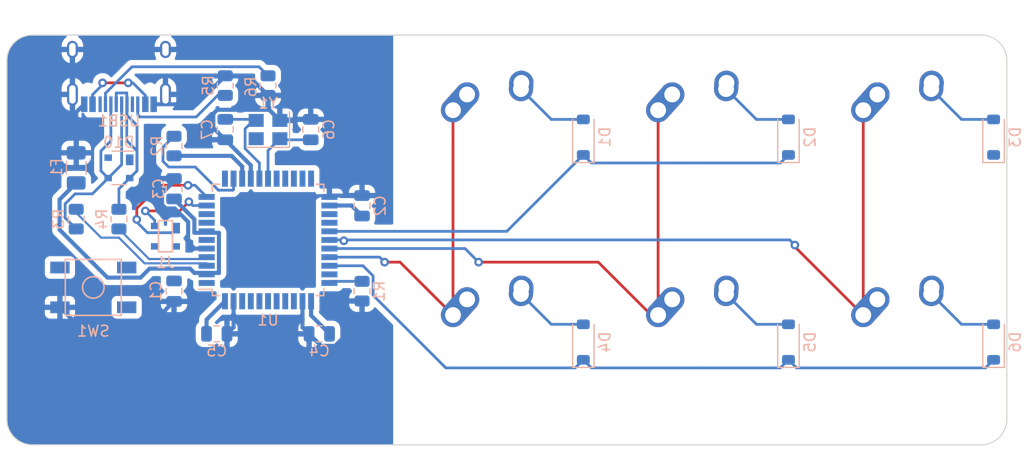
<source format=kicad_pcb>
(kicad_pcb (version 20221018) (generator pcbnew)
  (layers (0 "F.Cu" signal) (31 "B.Cu" signal) (34 "B.Paste" user) (35 "F.Paste" user) (36 "B.SilkS" user "B.Silkscreen") (37 "F.SilkS" user "F.Silkscreen") (38 "B.Mask" user) (39 "F.Mask" user) (44 "Edge.Cuts" user))
  (net 0 "")
  (net 1 "Net-(U1-UCAP)")
  (net 2 "GND")
  (net 3 "+5V")
  (net 4 "XTAL1")
  (net 5 "XTAL2")
  (net 6 "ROW0")
  (net 7 "Net-(D2-A)")
  (net 8 "Net-(D3-A)")
  (net 9 "Net-(D4-A)")
  (net 10 "ROW1")
  (net 11 "Net-(D5-A)")
  (net 12 "Net-(D6-A)")
  (net 13 "SCK")
  (net 14 "MOSI")
  (net 15 "MISO")
  (net 16 "COL0")
  (net 17 "COL1")
  (net 18 "COL2")
  (net 19 "Net-(U1-~{HWB}{slash}PE2)")
  (net 20 "RESET")
  (net 21 "D-")
  (net 22 "D+")
  (net 23 "Net-(USB1-CC2)")
  (net 24 "Net-(USB1-CC1)")
  (net 45 "Net-(USB1-VBUS-Pad11)")
  (net 46 "Net-(D1-A)")
  (net 47 "Net-(D10-I{slash}O1)")
  (net 48 "Net-(D10-I{slash}O2)")
  (footprint "MX_Alps_Hybrid:MX-1U-NoLED" (layer "F.Cu") (at 80.80375 65.405)
    (fp_text reference "MX1")
    (fp_text value "MX-NoLED")
    (pad "" np_thru_hole circle (at -5.08 0 48.0996) (size 1.75 1.75) (drill 1.75) (layers "*.Cu" "*.Mask"))
    (pad "" np_thru_hole circle (at 0 0) (size 3.9878 3.9878) (drill 3.9878) (layers "*.Cu" "*.Mask"))
    (pad "" np_thru_hole circle (at 5.08 0 48.0996) (size 1.75 1.75) (drill 1.75) (layers "*.Cu" "*.Mask"))
    (pad "1" thru_hole oval (at -3.81 -2.54 48.0996) (size 4.211556 2.25) (drill 1.47 (offset 0.980778 0)) (layers "*.Cu" "B.Mask") (net 16 "COL0"))
    (pad "1" thru_hole circle (at -2.5 -4) (size 2.25 2.25) (drill 1.47) (layers "*.Cu" "B.Mask") (net 16 "COL0"))
    (pad "2" thru_hole oval (at 2.5 -4.5 86.0548) (size 2.831378 2.25) (drill 1.47 (offset 0.290689 0)) (layers "*.Cu" "B.Mask") (net 46 "Net-(D1-A)"))
    (pad "2" thru_hole circle (at 2.54 -5.08) (size 2.25 2.25) (drill 1.47) (layers "*.Cu" "B.Mask") (net 46 "Net-(D1-A)"))
  )
  (footprint "MX_Alps_Hybrid:MX-1U-NoLED" (layer "F.Cu") (at 118.90375 84.455)
    (fp_text reference "MX6")
    (fp_text value "MX-NoLED")
    (pad "" np_thru_hole circle (at -5.08 0 48.0996) (size 1.75 1.75) (drill 1.75) (layers "*.Cu" "*.Mask"))
    (pad "" np_thru_hole circle (at 0 0) (size 3.9878 3.9878) (drill 3.9878) (layers "*.Cu" "*.Mask"))
    (pad "" np_thru_hole circle (at 5.08 0 48.0996) (size 1.75 1.75) (drill 1.75) (layers "*.Cu" "*.Mask"))
    (pad "1" thru_hole oval (at -3.81 -2.54 48.0996) (size 4.211556 2.25) (drill 1.47 (offset 0.980778 0)) (layers "*.Cu" "B.Mask") (net 18 "COL2"))
    (pad "1" thru_hole circle (at -2.5 -4) (size 2.25 2.25) (drill 1.47) (layers "*.Cu" "B.Mask") (net 18 "COL2"))
    (pad "2" thru_hole oval (at 2.5 -4.5 86.0548) (size 2.831378 2.25) (drill 1.47 (offset 0.290689 0)) (layers "*.Cu" "B.Mask") (net 12 "Net-(D6-A)"))
    (pad "2" thru_hole circle (at 2.54 -5.08) (size 2.25 2.25) (drill 1.47) (layers "*.Cu" "B.Mask") (net 12 "Net-(D6-A)"))
  )
  (footprint "MX_Alps_Hybrid:MX-1U-NoLED" (layer "F.Cu") (at 118.90375 65.405)
    (fp_text reference "MX3")
    (fp_text value "MX-NoLED")
    (pad "" np_thru_hole circle (at -5.08 0 48.0996) (size 1.75 1.75) (drill 1.75) (layers "*.Cu" "*.Mask"))
    (pad "" np_thru_hole circle (at 0 0) (size 3.9878 3.9878) (drill 3.9878) (layers "*.Cu" "*.Mask"))
    (pad "" np_thru_hole circle (at 5.08 0 48.0996) (size 1.75 1.75) (drill 1.75) (layers "*.Cu" "*.Mask"))
    (pad "1" thru_hole oval (at -3.81 -2.54 48.0996) (size 4.211556 2.25) (drill 1.47 (offset 0.980778 0)) (layers "*.Cu" "B.Mask") (net 18 "COL2"))
    (pad "1" thru_hole circle (at -2.5 -4) (size 2.25 2.25) (drill 1.47) (layers "*.Cu" "B.Mask") (net 18 "COL2"))
    (pad "2" thru_hole oval (at 2.5 -4.5 86.0548) (size 2.831378 2.25) (drill 1.47 (offset 0.290689 0)) (layers "*.Cu" "B.Mask") (net 8 "Net-(D3-A)"))
    (pad "2" thru_hole circle (at 2.54 -5.08) (size 2.25 2.25) (drill 1.47) (layers "*.Cu" "B.Mask") (net 8 "Net-(D3-A)"))
  )
  (footprint "MX_Alps_Hybrid:MX-1U-NoLED" (layer "F.Cu") (at 99.85375 84.455)
    (fp_text reference "MX5")
    (fp_text value "MX-NoLED")
    (pad "" np_thru_hole circle (at -5.08 0 48.0996) (size 1.75 1.75) (drill 1.75) (layers "*.Cu" "*.Mask"))
    (pad "" np_thru_hole circle (at 0 0) (size 3.9878 3.9878) (drill 3.9878) (layers "*.Cu" "*.Mask"))
    (pad "" np_thru_hole circle (at 5.08 0 48.0996) (size 1.75 1.75) (drill 1.75) (layers "*.Cu" "*.Mask"))
    (pad "1" thru_hole oval (at -3.81 -2.54 48.0996) (size 4.211556 2.25) (drill 1.47 (offset 0.980778 0)) (layers "*.Cu" "B.Mask") (net 17 "COL1"))
    (pad "1" thru_hole circle (at -2.5 -4) (size 2.25 2.25) (drill 1.47) (layers "*.Cu" "B.Mask") (net 17 "COL1"))
    (pad "2" thru_hole oval (at 2.5 -4.5 86.0548) (size 2.831378 2.25) (drill 1.47 (offset 0.290689 0)) (layers "*.Cu" "B.Mask") (net 11 "Net-(D5-A)"))
    (pad "2" thru_hole circle (at 2.54 -5.08) (size 2.25 2.25) (drill 1.47) (layers "*.Cu" "B.Mask") (net 11 "Net-(D5-A)"))
  )
  (footprint "MX_Alps_Hybrid:MX-1U-NoLED" (layer "F.Cu") (at 80.80375 84.455)
    (fp_text reference "MX4")
    (fp_text value "MX-NoLED")
    (pad "" np_thru_hole circle (at -5.08 0 48.0996) (size 1.75 1.75) (drill 1.75) (layers "*.Cu" "*.Mask"))
    (pad "" np_thru_hole circle (at 0 0) (size 3.9878 3.9878) (drill 3.9878) (layers "*.Cu" "*.Mask"))
    (pad "" np_thru_hole circle (at 5.08 0 48.0996) (size 1.75 1.75) (drill 1.75) (layers "*.Cu" "*.Mask"))
    (pad "1" thru_hole oval (at -3.81 -2.54 48.0996) (size 4.211556 2.25) (drill 1.47 (offset 0.980778 0)) (layers "*.Cu" "B.Mask") (net 16 "COL0"))
    (pad "1" thru_hole circle (at -2.5 -4) (size 2.25 2.25) (drill 1.47) (layers "*.Cu" "B.Mask") (net 16 "COL0"))
    (pad "2" thru_hole oval (at 2.5 -4.5 86.0548) (size 2.831378 2.25) (drill 1.47 (offset 0.290689 0)) (layers "*.Cu" "B.Mask") (net 9 "Net-(D4-A)"))
    (pad "2" thru_hole circle (at 2.54 -5.08) (size 2.25 2.25) (drill 1.47) (layers "*.Cu" "B.Mask") (net 9 "Net-(D4-A)"))
  )
  (footprint "MX_Alps_Hybrid:MX-1U-NoLED" (layer "F.Cu") (at 99.85375 65.405)
    (fp_text reference "MX2")
    (fp_text value "MX-NoLED")
    (pad "" np_thru_hole circle (at -5.08 0 48.0996) (size 1.75 1.75) (drill 1.75) (layers "*.Cu" "*.Mask"))
    (pad "" np_thru_hole circle (at 0 0) (size 3.9878 3.9878) (drill 3.9878) (layers "*.Cu" "*.Mask"))
    (pad "" np_thru_hole circle (at 5.08 0 48.0996) (size 1.75 1.75) (drill 1.75) (layers "*.Cu" "*.Mask"))
    (pad "1" thru_hole oval (at -3.81 -2.54 48.0996) (size 4.211556 2.25) (drill 1.47 (offset 0.980778 0)) (layers "*.Cu" "B.Mask") (net 17 "COL1"))
    (pad "1" thru_hole circle (at -2.5 -4) (size 2.25 2.25) (drill 1.47) (layers "*.Cu" "B.Mask") (net 17 "COL1"))
    (pad "2" thru_hole oval (at 2.5 -4.5 86.0548) (size 2.831378 2.25) (drill 1.47 (offset 0.290689 0)) (layers "*.Cu" "B.Mask") (net 7 "Net-(D2-A)"))
    (pad "2" thru_hole circle (at 2.54 -5.08) (size 2.25 2.25) (drill 1.47) (layers "*.Cu" "B.Mask") (net 7 "Net-(D2-A)"))
  )
  (footprint "random-keyboard-parts:SKQG-1155865" (layer "B.Cu") (at 43.59 79.3425 180)
    (fp_text reference "SW1" (at 0 -4.064) (layer "B.SilkS") (effects (justify mirror)))
    (fp_text value "SW_Push")
    (fp_line (start -2.6 -2.6) (end -2.6 2.6) (stroke (width 0.15)) (layer "B.SilkS"))
    (fp_line (start -2.6 2.6) (end 2.6 2.6) (stroke (width 0.15)) (layer "B.SilkS"))
    (fp_line (start 2.6 -2.6) (end -2.6 -2.6) (stroke (width 0.15)) (layer "B.SilkS"))
    (fp_line (start 2.6 2.6) (end 2.6 -2.6) (stroke (width 0.15)) (layer "B.SilkS"))
    (fp_circle (center 0 0) (end 1 0) (stroke (width 0.15)) (fill none) (layer "B.SilkS"))
    (pad "1" smd rect (at 3.1 -1.85 180) (size 1.8 1.1) (layers "B.Cu" "B.Paste" "B.Mask") (net 2 "GND"))
    (pad "2" smd rect (at -3.1 1.85 180) (size 1.8 1.1) (layers "B.Cu" "B.Paste" "B.Mask") (net 20 "RESET"))
    (pad "3" smd rect (at 3.1 1.85 180) (size 1.8 1.1) (layers "B.Cu" "B.Paste" "B.Mask"))
    (pad "4" smd rect (at -3.1 -1.85 180) (size 1.8 1.1) (layers "B.Cu" "B.Paste" "B.Mask"))
  )
  (footprint "Diode_SMD:D_SOD-123" (layer "B.Cu") (at 89.0975 65.37375 90)
    (fp_text reference "D1" (at 0 2 90) (layer "B.SilkS") (effects (justify mirror)))
    (fp_text value "D_Small")
    (fp_line (start -2.36 -1) (end 1.65 -1) (stroke (width 0.12)) (layer "B.SilkS"))
    (fp_line (start -2.36 1) (end -2.36 -1) (stroke (width 0.12)) (layer "B.SilkS"))
    (fp_line (start -2.36 1) (end 1.65 1) (stroke (width 0.12)) (layer "B.SilkS"))
    (pad "1" smd roundrect (at -1.65 0 90) (size 0.9 1.2) (layers "B.Cu" "B.Paste" "B.Mask") (net 6 "ROW0"))
    (pad "2" smd roundrect (at 1.65 0 90) (size 0.9 1.2) (layers "B.Cu" "B.Paste" "B.Mask") (net 46 "Net-(D1-A)"))
  )
  (footprint "Capacitor_SMD:C_0805_2012Metric" (layer "B.Cu") (at 63.785 64.6675 90)
    (fp_text reference "C6" (at 0 1.68 90) (layer "B.SilkS") (effects (justify mirror)))
    (fp_text value "22p")
    (fp_line (start -0.261252 -0.735) (end 0.261252 -0.735) (stroke (width 0.12)) (layer "B.SilkS"))
    (fp_line (start -0.261252 0.735) (end 0.261252 0.735) (stroke (width 0.12)) (layer "B.SilkS"))
    (pad "1" smd roundrect (at -0.95 0 90) (size 1 1.45) (layers "B.Cu" "B.Paste" "B.Mask") (net 4 "XTAL1"))
    (pad "2" smd roundrect (at 0.95 0 90) (size 1 1.45) (layers "B.Cu" "B.Paste" "B.Mask") (net 2 "GND"))
  )
  (footprint "Resistor_SMD:R_0805_2012Metric" (layer "B.Cu") (at 55.8475 60.58 90)
    (fp_text reference "R5" (at 0 -1.5875 90) (layer "B.SilkS") (effects (justify mirror)))
    (fp_text value "5.1k")
    (fp_line (start -0.227064 -0.735) (end 0.227064 -0.735) (stroke (width 0.12)) (layer "B.SilkS"))
    (fp_line (start -0.227064 0.735) (end 0.227064 0.735) (stroke (width 0.12)) (layer "B.SilkS"))
    (pad "1" smd roundrect (at -0.9125 0 90) (size 1.025 1.4) (layers "B.Cu" "B.Paste" "B.Mask") (roundrect_rratio 0.243902) (net 23 "Net-(USB1-CC2)"))
    (pad "2" smd roundrect (at 0.9125 0 90) (size 1.025 1.4) (layers "B.Cu" "B.Paste" "B.Mask") (roundrect_rratio 0.243902) (net 2 "GND"))
  )
  (footprint "Fuse:Fuse_1206_3216Metric" (layer "B.Cu") (at 42.0025 68.23 -90)
    (fp_text reference "F1" (at 0 1.82 90) (layer "B.SilkS") (effects (justify mirror)))
    (fp_text value "500m")
    (fp_line (start -0.602064 -0.91) (end 0.602064 -0.91) (stroke (width 0.12)) (layer "B.SilkS"))
    (fp_line (start -0.602064 0.91) (end 0.602064 0.91) (stroke (width 0.12)) (layer "B.SilkS"))
    (pad "1" smd roundrect (at -1.4 0 270) (size 1.25 1.75) (layers "B.Cu" "B.Paste" "B.Mask") (roundrect_rratio 0.2) (net 2 "GND"))
    (pad "2" smd roundrect (at 1.4 0 270) (size 1.25 1.75) (layers "B.Cu" "B.Paste" "B.Mask") (roundrect_rratio 0.2) (net 3 "+5V"))
  )
  (footprint "Diode_SMD:D_SOD-123" (layer "B.Cu") (at 127.1975 65.37375 90)
    (fp_text reference "D3" (at 0 2 90) (layer "B.SilkS") (effects (justify mirror)))
    (fp_text value "D_Small")
    (fp_line (start -2.36 -1) (end 1.65 -1) (stroke (width 0.12)) (layer "B.SilkS"))
    (fp_line (start -2.36 1) (end -2.36 -1) (stroke (width 0.12)) (layer "B.SilkS"))
    (fp_line (start -2.36 1) (end 1.65 1) (stroke (width 0.12)) (layer "B.SilkS"))
    (pad "1" smd roundrect (at -1.65 0 90) (size 0.9 1.2) (layers "B.Cu" "B.Paste" "B.Mask") (net 6 "ROW0"))
    (pad "2" smd roundrect (at 1.65 0 90) (size 0.9 1.2) (layers "B.Cu" "B.Paste" "B.Mask") (net 8 "Net-(D3-A)"))
  )
  (footprint "Resistor_SMD:R_0805_2012Metric" (layer "B.Cu") (at 59.81625 60.58 -90)
    (fp_text reference "R6" (at 0.11875 1.5875 90) (layer "B.SilkS") (effects (justify mirror)))
    (fp_text value "5.1k")
    (fp_line (start -0.227064 -0.735) (end 0.227064 -0.735) (stroke (width 0.12)) (layer "B.SilkS"))
    (fp_line (start -0.227064 0.735) (end 0.227064 0.735) (stroke (width 0.12)) (layer "B.SilkS"))
    (pad "1" smd roundrect (at -0.9125 0 270) (size 1.025 1.4) (layers "B.Cu" "B.Paste" "B.Mask") (roundrect_rratio 0.243902) (net 24 "Net-(USB1-CC1)"))
    (pad "2" smd roundrect (at 0.9125 0 270) (size 1.025 1.4) (layers "B.Cu" "B.Paste" "B.Mask") (roundrect_rratio 0.243902) (net 2 "GND"))
  )
  (footprint "Diode_SMD:D_SOD-123" (layer "B.Cu") (at 108.1475 84.42375 90)
    (fp_text reference "D5" (at 0 2 90) (layer "B.SilkS") (effects (justify mirror)))
    (fp_text value "D_Small")
    (fp_line (start -2.36 -1) (end 1.65 -1) (stroke (width 0.12)) (layer "B.SilkS"))
    (fp_line (start -2.36 1) (end -2.36 -1) (stroke (width 0.12)) (layer "B.SilkS"))
    (fp_line (start -2.36 1) (end 1.65 1) (stroke (width 0.12)) (layer "B.SilkS"))
    (pad "1" smd roundrect (at -1.65 0 90) (size 0.9 1.2) (layers "B.Cu" "B.Paste" "B.Mask") (net 10 "ROW1"))
    (pad "2" smd roundrect (at 1.65 0 90) (size 0.9 1.2) (layers "B.Cu" "B.Paste" "B.Mask") (net 11 "Net-(D5-A)"))
  )
  (footprint "Package_TO_SOT_SMD:SOT-143" (layer "B.Cu") (at 45.97125 68.23 180)
    (fp_text reference "D10" (at 0.02 2.38) (layer "B.SilkS") (effects (justify mirror)))
    (fp_text value "PRTR5V0U2X")
    (fp_line (start -0.65 -1.56) (end 0.65 -1.56) (stroke (width 0.12)) (layer "B.SilkS"))
    (fp_line (start 0.65 1.56) (end -1.35 1.56) (stroke (width 0.12)) (layer "B.SilkS"))
    (pad "1" smd rect (at -1 0.75 180) (size 0.7 1) (layers "B.Cu" "B.Paste" "B.Mask") (net 2 "GND"))
    (pad "2" smd rect (at -1 -0.95 180) (size 0.7 0.6) (layers "B.Cu" "B.Paste" "B.Mask") (net 47 "Net-(D10-I{slash}O1)"))
    (pad "3" smd rect (at 1 -0.95 180) (size 0.7 0.6) (layers "B.Cu" "B.Paste" "B.Mask") (net 48 "Net-(D10-I{slash}O2)"))
    (pad "4" smd rect (at 1 0.95 180) (size 0.7 0.6) (layers "B.Cu" "B.Paste" "B.Mask"))
  )
  (footprint "Capacitor_SMD:C_0805_2012Metric" (layer "B.Cu") (at 64.57875 83.66125 180)
    (fp_text reference "C4" (at 0 -1.5875 -360) (layer "B.SilkS") (effects (justify mirror)))
    (fp_text value "0.1u")
    (fp_line (start -0.261252 -0.735) (end 0.261252 -0.735) (stroke (width 0.12)) (layer "B.SilkS"))
    (fp_line (start -0.261252 0.735) (end 0.261252 0.735) (stroke (width 0.12)) (layer "B.SilkS"))
    (pad "1" smd roundrect (at -0.95 0 180) (size 1 1.45) (layers "B.Cu" "B.Paste" "B.Mask") (net 3 "+5V"))
    (pad "2" smd roundrect (at 0.95 0 180) (size 1 1.45) (layers "B.Cu" "B.Paste" "B.Mask") (net 2 "GND"))
  )
  (footprint "Type-C:HRO-TYPE-C-31-M-12" (layer "B.Cu") (at 45.97125 54.62)
    (fp_text reference "USB1" (at 0 9.25) (layer "B.SilkS") (effects (justify mirror)))
    (fp_text value "HRO-TYPE-C-31-M-12")
    (pad "" np_thru_hole circle (at -2.89 6.25) (size 0.65 0.65) (drill 0.65) (layers "*.Cu" "*.Mask"))
    (pad "" np_thru_hole circle (at 2.89 6.25) (size 0.65 0.65) (drill 0.65) (layers "*.Cu" "*.Mask"))
    (pad "1" smd rect (at -3.225 7.695) (size 0.6 1.45) (layers "B.Cu" "B.Paste" "B.Mask") (net 2 "GND"))
    (pad "2" smd rect (at -2.45 7.695) (size 0.6 1.45) (layers "B.Cu" "B.Paste" "B.Mask") (net 45 "Net-(USB1-VBUS-Pad11)"))
    (pad "3" smd rect (at -1.75 7.695) (size 0.3 1.45) (layers "B.Cu" "B.Paste" "B.Mask"))
    (pad "4" smd rect (at -1.25 7.695) (size 0.3 1.45) (layers "B.Cu" "B.Paste" "B.Mask") (net 24 "Net-(USB1-CC1)"))
    (pad "5" smd rect (at -0.75 7.695) (size 0.3 1.45) (layers "B.Cu" "B.Paste" "B.Mask") (net 48 "Net-(D10-I{slash}O2)"))
    (pad "6" smd rect (at -0.25 7.695) (size 0.3 1.45) (layers "B.Cu" "B.Paste" "B.Mask") (net 47 "Net-(D10-I{slash}O1)"))
    (pad "7" smd rect (at 0.25 7.695) (size 0.3 1.45) (layers "B.Cu" "B.Paste" "B.Mask") (net 48 "Net-(D10-I{slash}O2)"))
    (pad "8" smd rect (at 0.75 7.695) (size 0.3 1.45) (layers "B.Cu" "B.Paste" "B.Mask") (net 47 "Net-(D10-I{slash}O1)"))
    (pad "9" smd rect (at 1.25 7.695) (size 0.3 1.45) (layers "B.Cu" "B.Paste" "B.Mask"))
    (pad "10" smd rect (at 1.75 7.695) (size 0.3 1.45) (layers "B.Cu" "B.Paste" "B.Mask") (net 23 "Net-(USB1-CC2)"))
    (pad "11" smd rect (at 2.45 7.695) (size 0.6 1.45) (layers "B.Cu" "B.Paste" "B.Mask") (net 45 "Net-(USB1-VBUS-Pad11)"))
    (pad "12" smd rect (at 3.225 7.695) (size 0.6 1.45) (layers "B.Cu" "B.Paste" "B.Mask") (net 2 "GND"))
    (pad "13" thru_hole oval (at -4.32 2.6) (size 1 1.6) (drill oval 0.6 1.2) (layers "*.Cu" "F.Mask") (net 2 "GND"))
    (pad "13" thru_hole oval (at -4.32 6.78) (size 1 2.1) (drill oval 0.6 1.7) (layers "*.Cu" "F.Mask") (net 2 "GND"))
    (pad "13" thru_hole oval (at 4.32 2.6) (size 1 1.6) (drill oval 0.6 1.2) (layers "*.Cu" "F.Mask") (net 2 "GND"))
    (pad "13" thru_hole oval (at 4.32 6.78) (size 1 2.1) (drill oval 0.6 1.7) (layers "*.Cu" "F.Mask") (net 2 "GND"))
  )
  (footprint "Resistor_SMD:R_0805_2012Metric" (layer "B.Cu") (at 42.0025 72.9925 -90)
    (fp_text reference "R3" (at 0 1.65 90) (layer "B.SilkS") (effects (justify mirror)))
    (fp_text value "22")
    (fp_line (start -0.227064 -0.735) (end 0.227064 -0.735) (stroke (width 0.12)) (layer "B.SilkS"))
    (fp_line (start -0.227064 0.735) (end 0.227064 0.735) (stroke (width 0.12)) (layer "B.SilkS"))
    (pad "1" smd roundrect (at -0.9125 0 270) (size 1.025 1.4) (layers "B.Cu" "B.Paste" "B.Mask") (roundrect_rratio 0.243902) (net 21 "D-"))
    (pad "2" smd roundrect (at 0.9125 0 270) (size 1.025 1.4) (layers "B.Cu" "B.Paste" "B.Mask") (roundrect_rratio 0.243902) (net 48 "Net-(D10-I{slash}O2)"))
  )
  (footprint "Package_QFP:TQFP-44_10x10mm_P0.8mm" (layer "B.Cu") (at 59.81625 74.93)
    (fp_text reference "U1" (at 0 7.45 -360) (layer "B.SilkS") (effects (justify mirror)))
    (fp_text value "ATmega32U4-A")
    (fp_line (start -5.175 -5.175) (end -5.175 -4.5) (stroke (width 0.15)) (layer "B.SilkS"))
    (fp_line (start -5.175 -5.175) (end -4.5 -5.175) (stroke (width 0.15)) (layer "B.SilkS"))
    (fp_line (start -5.175 4.6) (end -6.45 4.6) (stroke (width 0.15)) (layer "B.SilkS"))
    (fp_line (start -5.175 5.175) (end -5.175 4.6) (stroke (width 0.15)) (layer "B.SilkS"))
    (fp_line (start -5.175 5.175) (end -4.5 5.175) (stroke (width 0.15)) (layer "B.SilkS"))
    (fp_line (start 5.175 -5.175) (end 4.5 -5.175) (stroke (width 0.15)) (layer "B.SilkS"))
    (fp_line (start 5.175 -5.175) (end 5.175 -4.5) (stroke (width 0.15)) (layer "B.SilkS"))
    (fp_line (start 5.175 5.175) (end 4.5 5.175) (stroke (width 0.15)) (layer "B.SilkS"))
    (fp_line (start 5.175 5.175) (end 5.175 4.5) (stroke (width 0.15)) (layer "B.SilkS"))
    (pad "1" smd rect (at -5.7 4) (size 1.5 0.55) (layers "B.Cu" "B.Paste" "B.Mask"))
    (pad "2" smd rect (at -5.7 3.2) (size 1.5 0.55) (layers "B.Cu" "B.Paste" "B.Mask") (net 3 "+5V"))
    (pad "3" smd rect (at -5.7 2.4) (size 1.5 0.55) (layers "B.Cu" "B.Paste" "B.Mask") (net 21 "D-"))
    (pad "4" smd rect (at -5.7 1.6) (size 1.5 0.55) (layers "B.Cu" "B.Paste" "B.Mask") (net 22 "D+"))
    (pad "5" smd rect (at -5.7 0.8) (size 1.5 0.55) (layers "B.Cu" "B.Paste" "B.Mask") (net 2 "GND"))
    (pad "6" smd rect (at -5.7 0) (size 1.5 0.55) (layers "B.Cu" "B.Paste" "B.Mask") (net 1 "Net-(U1-UCAP)"))
    (pad "7" smd rect (at -5.7 -0.8) (size 1.5 0.55) (layers "B.Cu" "B.Paste" "B.Mask") (net 3 "+5V"))
    (pad "8" smd rect (at -5.7 -1.6) (size 1.5 0.55) (layers "B.Cu" "B.Paste" "B.Mask"))
    (pad "9" smd rect (at -5.7 -2.4) (size 1.5 0.55) (layers "B.Cu" "B.Paste" "B.Mask") (net 13 "SCK"))
    (pad "10" smd rect (at -5.7 -3.2) (size 1.5 0.55) (layers "B.Cu" "B.Paste" "B.Mask") (net 14 "MOSI"))
    (pad "11" smd rect (at -5.7 -4) (size 1.5 0.55) (layers "B.Cu" "B.Paste" "B.Mask") (net 15 "MISO"))
    (pad "12" smd rect (at -4 -5.7 270) (size 1.5 0.55) (layers "B.Cu" "B.Paste" "B.Mask"))
    (pad "13" smd rect (at -3.2 -5.7 270) (size 1.5 0.55) (layers "B.Cu" "B.Paste" "B.Mask") (net 20 "RESET"))
    (pad "14" smd rect (at -2.4 -5.7 270) (size 1.5 0.55) (layers "B.Cu" "B.Paste" "B.Mask") (net 3 "+5V"))
    (pad "15" smd rect (at -1.6 -5.7 270) (size 1.5 0.55) (layers "B.Cu" "B.Paste" "B.Mask") (net 2 "GND"))
    (pad "16" smd rect (at -0.8 -5.7 270) (size 1.5 0.55) (layers "B.Cu" "B.Paste" "B.Mask") (net 5 "XTAL2"))
    (pad "17" smd rect (at 0 -5.7 270) (size 1.5 0.55) (layers "B.Cu" "B.Paste" "B.Mask") (net 4 "XTAL1"))
    (pad "18" smd rect (at 0.8 -5.7 270) (size 1.5 0.55) (layers "B.Cu" "B.Paste" "B.Mask"))
    (pad "19" smd rect (at 1.6 -5.7 270) (size 1.5 0.55) (layers "B.Cu" "B.Paste" "B.Mask"))
    (pad "20" smd rect (at 2.4 -5.7 270) (size 1.5 0.55) (layers "B.Cu" "B.Paste" "B.Mask"))
    (pad "21" smd rect (at 3.2 -5.7 270) (size 1.5 0.55) (layers "B.Cu" "B.Paste" "B.Mask"))
    (pad "22" smd rect (at 4 -5.7 270) (size 1.5 0.55) (layers "B.Cu" "B.Paste" "B.Mask"))
    (pad "23" smd rect (at 5.7 -4) (size 1.5 0.55) (layers "B.Cu" "B.Paste" "B.Mask") (net 2 "GND"))
    (pad "24" smd rect (at 5.7 -3.2) (size 1.5 0.55) (layers "B.Cu" "B.Paste" "B.Mask") (net 3 "+5V"))
    (pad "25" smd rect (at 5.7 -2.4) (size 1.5 0.55) (layers "B.Cu" "B.Paste" "B.Mask"))
    (pad "26" smd rect (at 5.7 -1.6) (size 1.5 0.55) (layers "B.Cu" "B.Paste" "B.Mask"))
    (pad "27" smd rect (at 5.7 -0.8) (size 1.5 0.55) (layers "B.Cu" "B.Paste" "B.Mask") (net 6 "ROW0"))
    (pad "28" smd rect (at 5.7 0) (size 1.5 0.55) (layers "B.Cu" "B.Paste" "B.Mask") (net 18 "COL2"))
    (pad "29" smd rect (at 5.7 0.8) (size 1.5 0.55) (layers "B.Cu" "B.Paste" "B.Mask") (net 17 "COL1"))
    (pad "30" smd rect (at 5.7 1.6) (size 1.5 0.55) (layers "B.Cu" "B.Paste" "B.Mask") (net 16 "COL0"))
    (pad "31" smd rect (at 5.7 2.4) (size 1.5 0.55) (layers "B.Cu" "B.Paste" "B.Mask") (net 10 "ROW1"))
    (pad "32" smd rect (at 5.7 3.2) (size 1.5 0.55) (layers "B.Cu" "B.Paste" "B.Mask"))
    (pad "33" smd rect (at 5.7 4) (size 1.5 0.55) (layers "B.Cu" "B.Paste" "B.Mask") (net 19 "Net-(U1-~{HWB}{slash}PE2)"))
    (pad "34" smd rect (at 4 5.7 270) (size 1.5 0.55) (layers "B.Cu" "B.Paste" "B.Mask") (net 3 "+5V"))
    (pad "35" smd rect (at 3.2 5.7 270) (size 1.5 0.55) (layers "B.Cu" "B.Paste" "B.Mask") (net 2 "GND"))
    (pad "36" smd rect (at 2.4 5.7 270) (size 1.5 0.55) (layers "B.Cu" "B.Paste" "B.Mask"))
    (pad "37" smd rect (at 1.6 5.7 270) (size 1.5 0.55) (layers "B.Cu" "B.Paste" "B.Mask"))
    (pad "38" smd rect (at 0.8 5.7 270) (size 1.5 0.55) (layers "B.Cu" "B.Paste" "B.Mask"))
    (pad "39" smd rect (at 0 5.7 270) (size 1.5 0.55) (layers "B.Cu" "B.Paste" "B.Mask"))
    (pad "40" smd rect (at -0.8 5.7 270) (size 1.5 0.55) (layers "B.Cu" "B.Paste" "B.Mask"))
    (pad "41" smd rect (at -1.6 5.7 270) (size 1.5 0.55) (layers "B.Cu" "B.Paste" "B.Mask"))
    (pad "42" smd rect (at -2.4 5.7 270) (size 1.5 0.55) (layers "B.Cu" "B.Paste" "B.Mask"))
    (pad "43" smd rect (at -3.2 5.7 270) (size 1.5 0.55) (layers "B.Cu" "B.Paste" "B.Mask") (net 2 "GND"))
    (pad "44" smd rect (at -4 5.7 270) (size 1.5 0.55) (layers "B.Cu" "B.Paste" "B.Mask") (net 3 "+5V"))
  )
  (footprint "Diode_SMD:D_SOD-123" (layer "B.Cu") (at 89.0975 84.42375 90)
    (fp_text reference "D4" (at 0 2 90) (layer "B.SilkS") (effects (justify mirror)))
    (fp_text value "D_Small")
    (fp_line (start -2.36 -1) (end 1.65 -1) (stroke (width 0.12)) (layer "B.SilkS"))
    (fp_line (start -2.36 1) (end -2.36 -1) (stroke (width 0.12)) (layer "B.SilkS"))
    (fp_line (start -2.36 1) (end 1.65 1) (stroke (width 0.12)) (layer "B.SilkS"))
    (pad "1" smd roundrect (at -1.65 0 90) (size 0.9 1.2) (layers "B.Cu" "B.Paste" "B.Mask") (net 10 "ROW1"))
    (pad "2" smd roundrect (at 1.65 0 90) (size 0.9 1.2) (layers "B.Cu" "B.Paste" "B.Mask") (net 9 "Net-(D4-A)"))
  )
  (footprint "Capacitor_SMD:C_0805_2012Metric" (layer "B.Cu") (at 51.085 79.6925 -90)
    (fp_text reference "C1" (at 0 1.68 -270) (layer "B.SilkS") (effects (justify mirror)))
    (fp_text value "1uF")
    (fp_line (start -0.261252 -0.735) (end 0.261252 -0.735) (stroke (width 0.12)) (layer "B.SilkS"))
    (fp_line (start -0.261252 0.735) (end 0.261252 0.735) (stroke (width 0.12)) (layer "B.SilkS"))
    (pad "1" smd roundrect (at -0.95 0 270) (size 1 1.45) (layers "B.Cu" "B.Paste" "B.Mask") (net 1 "Net-(U1-UCAP)"))
    (pad "2" smd roundrect (at 0.95 0 270) (size 1 1.45) (layers "B.Cu" "B.Paste" "B.Mask") (net 2 "GND"))
  )
  (footprint "Diode_SMD:D_SOD-123" (layer "B.Cu") (at 108.1475 65.37375 90)
    (fp_text reference "D2" (at 0 2 90) (layer "B.SilkS") (effects (justify mirror)))
    (fp_text value "D_Small")
    (fp_line (start -2.36 -1) (end 1.65 -1) (stroke (width 0.12)) (layer "B.SilkS"))
    (fp_line (start -2.36 1) (end -2.36 -1) (stroke (width 0.12)) (layer "B.SilkS"))
    (fp_line (start -2.36 1) (end 1.65 1) (stroke (width 0.12)) (layer "B.SilkS"))
    (pad "1" smd roundrect (at -1.65 0 90) (size 0.9 1.2) (layers "B.Cu" "B.Paste" "B.Mask") (net 6 "ROW0"))
    (pad "2" smd roundrect (at 1.65 0 90) (size 0.9 1.2) (layers "B.Cu" "B.Paste" "B.Mask") (net 7 "Net-(D2-A)"))
  )
  (footprint "Crystal:Crystal_SMD_3225-4Pin_3.2x2.5mm" (layer "B.Cu") (at 59.81625 64.6675 180)
    (fp_text reference "Y1" (at 0 2.45) (layer "B.SilkS") (effects (justify mirror)))
    (fp_text value "Crystal_GND24_Small")
    (fp_line (start -2 -1.65) (end 2 -1.65) (stroke (width 0.12)) (layer "B.SilkS"))
    (fp_line (start -2 1.65) (end -2 -1.65) (stroke (width 0.12)) (layer "B.SilkS"))
    (pad "1" smd rect (at -1.1 -0.85 180) (size 1.4 1.2) (layers "B.Cu" "B.Paste" "B.Mask") (net 4 "XTAL1"))
    (pad "2" smd rect (at 1.1 -0.85 180) (size 1.4 1.2) (layers "B.Cu" "B.Paste" "B.Mask") (net 2 "GND"))
    (pad "3" smd rect (at 1.1 0.85 180) (size 1.4 1.2) (layers "B.Cu" "B.Paste" "B.Mask") (net 5 "XTAL2"))
    (pad "4" smd rect (at -1.1 0.85 180) (size 1.4 1.2) (layers "B.Cu" "B.Paste" "B.Mask") (net 2 "GND"))
  )
  (footprint "Capacitor_SMD:C_0805_2012Metric" (layer "B.Cu") (at 55.8475 64.6675 -90)
    (fp_text reference "C7" (at 0 1.68 90) (layer "B.SilkS") (effects (justify mirror)))
    (fp_text value "22p")
    (fp_line (start -0.261252 -0.735) (end 0.261252 -0.735) (stroke (width 0.12)) (layer "B.SilkS"))
    (fp_line (start -0.261252 0.735) (end 0.261252 0.735) (stroke (width 0.12)) (layer "B.SilkS"))
    (pad "1" smd roundrect (at -0.95 0 270) (size 1 1.45) (layers "B.Cu" "B.Paste" "B.Mask") (net 5 "XTAL2"))
    (pad "2" smd roundrect (at 0.95 0 270) (size 1 1.45) (layers "B.Cu" "B.Paste" "B.Mask") (net 2 "GND"))
  )
  (footprint "Resistor_SMD:R_0805_2012Metric" (layer "B.Cu") (at 51.085 66.19875 90)
    (fp_text reference "R2" (at 0 -1.5875 90) (layer "B.SilkS") (effects (justify mirror)))
    (fp_text value "10k")
    (fp_line (start -0.227064 -0.735) (end 0.227064 -0.735) (stroke (width 0.12)) (layer "B.SilkS"))
    (fp_line (start -0.227064 0.735) (end 0.227064 0.735) (stroke (width 0.12)) (layer "B.SilkS"))
    (pad "1" smd roundrect (at -0.9125 0 90) (size 1.025 1.4) (layers "B.Cu" "B.Paste" "B.Mask") (roundrect_rratio 0.243902) (net 3 "+5V"))
    (pad "2" smd roundrect (at 0.9125 0 90) (size 1.025 1.4) (layers "B.Cu" "B.Paste" "B.Mask") (roundrect_rratio 0.243902) (net 20 "RESET"))
  )
  (footprint "random-keyboard-parts:SOT143B" (layer "B.Cu") (at 50.29125 74.58 180)
    (fp_text reference "J1" (at 0 -2.45) (layer "B.SilkS") (effects (justify mirror)))
    (fp_text value "AVR-ISP-6")
    (fp_line (start -0.65 -1.45) (end 0.65 -1.45) (stroke (width 0.15)) (layer "B.SilkS"))
    (fp_line (start -0.65 1.45) (end -0.65 -1.45) (stroke (width 0.15)) (layer "B.SilkS"))
    (fp_line (start 0.65 1.45) (end -0.65 1.45) (stroke (width 0.15)) (layer "B.SilkS"))
    (fp_line (start 0.65 1.45) (end 0.65 -1.45) (stroke (width 0.15)) (layer "B.SilkS"))
    (pad "1" smd rect (at -1 0.75 270) (size 1 0.7) (layers "B.Cu" "B.Paste" "B.Mask") (net 15 "MISO"))
    (pad "2" smd rect (at -1 -0.95 270) (size 0.6 0.7) (layers "B.Cu" "B.Paste" "B.Mask") (net 3 "+5V"))
    (pad "3" smd rect (at 1 -0.95 270) (size 0.6 0.7) (layers "B.Cu" "B.Paste" "B.Mask") (net 13 "SCK"))
    (pad "4" smd rect (at 1 0.95 270) (size 0.6 0.7) (layers "B.Cu" "B.Paste" "B.Mask") (net 14 "MOSI"))
  )
  (footprint "Capacitor_SMD:C_0805_2012Metric" (layer "B.Cu") (at 68.5475 71.755 90)
    (fp_text reference "C2" (at 0 1.68 90) (layer "B.SilkS") (effects (justify mirror)))
    (fp_text value "0.1u")
    (fp_line (start -0.261252 -0.735) (end 0.261252 -0.735) (stroke (width 0.12)) (layer "B.SilkS"))
    (fp_line (start -0.261252 0.735) (end 0.261252 0.735) (stroke (width 0.12)) (layer "B.SilkS"))
    (pad "1" smd roundrect (at -0.95 0 90) (size 1 1.45) (layers "B.Cu" "B.Paste" "B.Mask") (net 3 "+5V"))
    (pad "2" smd roundrect (at 0.95 0 90) (size 1 1.45) (layers "B.Cu" "B.Paste" "B.Mask") (net 2 "GND"))
  )
  (footprint "Resistor_SMD:R_0805_2012Metric" (layer "B.Cu") (at 68.5475 79.6925 -90)
    (fp_text reference "R1" (at 0 -1.5875 90) (layer "B.SilkS") (effects (justify mirror)))
    (fp_text value "10k")
    (fp_line (start -0.227064 -0.735) (end 0.227064 -0.735) (stroke (width 0.12)) (layer "B.SilkS"))
    (fp_line (start -0.227064 0.735) (end 0.227064 0.735) (stroke (width 0.12)) (layer "B.SilkS"))
    (pad "1" smd roundrect (at -0.9125 0 270) (size 1.025 1.4) (layers "B.Cu" "B.Paste" "B.Mask") (roundrect_rratio 0.243902) (net 19 "Net-(U1-~{HWB}{slash}PE2)"))
    (pad "2" smd roundrect (at 0.9125 0 270) (size 1.025 1.4) (layers "B.Cu" "B.Paste" "B.Mask") (roundrect_rratio 0.243902) (net 2 "GND"))
  )
  (footprint "Diode_SMD:D_SOD-123" (layer "B.Cu") (at 127.1975 84.42375 90)
    (fp_text reference "D6" (at 0 2 -270) (layer "B.SilkS") (effects (justify mirror)))
    (fp_text value "D_Small")
    (fp_line (start -2.36 -1) (end 1.65 -1) (stroke (width 0.12)) (layer "B.SilkS"))
    (fp_line (start -2.36 1) (end -2.36 -1) (stroke (width 0.12)) (layer "B.SilkS"))
    (fp_line (start -2.36 1) (end 1.65 1) (stroke (width 0.12)) (layer "B.SilkS"))
    (pad "1" smd roundrect (at -1.65 0 90) (size 0.9 1.2) (layers "B.Cu" "B.Paste" "B.Mask") (net 10 "ROW1"))
    (pad "2" smd roundrect (at 1.65 0 90) (size 0.9 1.2) (layers "B.Cu" "B.Paste" "B.Mask") (net 12 "Net-(D6-A)"))
  )
  (footprint "Capacitor_SMD:C_0805_2012Metric" (layer "B.Cu") (at 55.05375 83.66125)
    (fp_text reference "C5" (at 0 1.5875 -360) (layer "B.SilkS") (effects (justify mirror)))
    (fp_text value "10u")
    (fp_line (start -0.261252 -0.735) (end 0.261252 -0.735) (stroke (width 0.12)) (layer "B.SilkS"))
    (fp_line (start -0.261252 0.735) (end 0.261252 0.735) (stroke (width 0.12)) (layer "B.SilkS"))
    (pad "1" smd roundrect (at -0.95 0) (size 1 1.45) (layers "B.Cu" "B.Paste" "B.Mask") (net 3 "+5V"))
    (pad "2" smd roundrect (at 0.95 0) (size 1 1.45) (layers "B.Cu" "B.Paste" "B.Mask") (net 2 "GND"))
  )
  (footprint "Resistor_SMD:R_0805_2012Metric" (layer "B.Cu") (at 45.97125 72.9925 90)
    (fp_text reference "R4" (at 0 -1.5875 90) (layer "B.SilkS") (effects (justify mirror)))
    (fp_text value "22")
    (fp_line (start -0.227064 -0.735) (end 0.227064 -0.735) (stroke (width 0.12)) (layer "B.SilkS"))
    (fp_line (start -0.227064 0.735) (end 0.227064 0.735) (stroke (width 0.12)) (layer "B.SilkS"))
    (pad "1" smd roundrect (at -0.9125 0 90) (size 1.025 1.4) (layers "B.Cu" "B.Paste" "B.Mask") (roundrect_rratio 0.243902) (net 22 "D+"))
    (pad "2" smd roundrect (at 0.9125 0 90) (size 1.025 1.4) (layers "B.Cu" "B.Paste" "B.Mask") (roundrect_rratio 0.243902) (net 47 "Net-(D10-I{slash}O1)"))
  )
  (footprint "Capacitor_SMD:C_0805_2012Metric" (layer "B.Cu") (at 51.085 70.1675 90)
    (fp_text reference "C3" (at 0 -1.42375 -270) (layer "B.SilkS") (effects (justify mirror)))
    (fp_text value "0.1u")
    (fp_line (start -0.261252 -0.735) (end 0.261252 -0.735) (stroke (width 0.12)) (layer "B.SilkS"))
    (fp_line (start -0.261252 0.735) (end 0.261252 0.735) (stroke (width 0.12)) (layer "B.SilkS"))
    (pad "1" smd roundrect (at -0.95 0 90) (size 1 1.45) (layers "B.Cu" "B.Paste" "B.Mask") (net 3 "+5V"))
    (pad "2" smd roundrect (at 0.95 0 90) (size 1 1.45) (layers "B.Cu" "B.Paste" "B.Mask") (net 2 "GND"))
  )
  (gr_line (start 126.0475 93.98) (end 37.94125 93.98) (stroke (width 0.1)) (layer "Edge.Cuts"))
  (gr_line (start 35.56 58.26125) (end 35.56 91.59875) (stroke (width 0.1)) (layer "Edge.Cuts"))
  (gr_arc (start 37.94125 93.98) (mid 36.257452 93.282548) (end 35.56 91.59875) (stroke (width 0.1)) (layer "Edge.Cuts"))
  (gr_line (start 128.42875 58.26125) (end 128.42875 91.59875) (stroke (width 0.1)) (layer "Edge.Cuts"))
  (gr_arc (start 126.0475 55.88) (mid 127.731298 56.577452) (end 128.42875 58.26125) (stroke (width 0.1)) (layer "Edge.Cuts"))
  (gr_line (start 126.0475 55.88) (end 37.94125 55.88) (stroke (width 0.1)) (layer "Edge.Cuts"))
  (gr_arc (start 128.42875 91.59875) (mid 127.731298 93.282548) (end 126.0475 93.98) (stroke (width 0.1)) (layer "Edge.Cuts"))
  (gr_arc (start 35.56 58.26125) (mid 36.257452 56.577452) (end 37.94125 55.88) (stroke (width 0.1)) (layer "Edge.Cuts"))
  (segment (start 68.5475 80.605) (end 68.5475 82.280232) (width 0.381) (layer "B.Cu") (net 2))
  (segment (start 52.39475 73.248908) (end 52.39475 75.1395) (width 0.381) (layer "B.Cu") (net 2))
  (segment (start 56.61625 83.04875) (end 56.61625 80.63) (width 0.381) (layer "B.Cu") (net 2))
  (segment (start 49.1775 82.55) (end 51.085 80.6425) (width 0.381) (layer "B.Cu") (net 2))
  (segment (start 63.785 63.7175) (end 61.01625 63.7175) (width 0.381) (layer "B.Cu") (net 2))
  (segment (start 66.050982 84.77675) (end 64.74425 84.77675) (width 0.381) (layer "B.Cu") (net 2))
  (segment (start 49.9695 71.639732) (end 50.337768 72.008) (width 0.381) (layer "B.Cu") (net 2))
  (segment (start 41.8475 82.55) (end 49.1775 82.55) (width 0.381) (layer "B.Cu") (net 2))
  (segment (start 61.01625 63.7175) (end 60.91625 63.8175) (width 0.381) (layer "B.Cu") (net 2))
  (segment (start 64.74425 84.77675) (end 63.62875 83.66125) (width 0.381) (layer "B.Cu") (net 2))
  (segment (start 55.8475 59.6675) (end 57.99125 59.6675) (width 0.381) (layer "B.Cu") (net 2))
  (segment (start 40.49 81.1925) (end 41.8475 82.55) (width 0.381) (layer "B.Cu") (net 2))
  (segment (start 51.153842 72.008) (end 52.39475 73.248908) (width 0.381) (layer "B.Cu") (net 2))
  (segment (start 56.00375 83.66125) (end 56.61625 83.04875) (width 0.381) (layer "B.Cu") (net 2))
  (segment (start 59.92575 62.827) (end 55.100268 62.827) (width 0.381) (layer "B.Cu") (net 2))
  (segment (start 42.0025 66.83) (end 42.0025 63.05875) (width 0.381) (layer "B.Cu") (net 2))
  (segment (start 54.732 63.195268) (end 54.732 64.502) (width 0.381) (layer "B.Cu") (net 2))
  (segment (start 51.347268 69.2175) (end 49.9695 70.595268) (width 0.381) (layer "B.Cu") (net 2))
  (segment (start 55.8475 65.6175) (end 58.21625 67.98625) (width 0.381) (layer "B.Cu") (net 2))
  (segment (start 59.81625 62.7175) (end 60.91625 63.8175) (width 0.381) (layer "B.Cu") (net 2))
  (segment (start 49.9695 70.595268) (end 49.9695 71.639732) (width 0.381) (layer "B.Cu") (net 2))
  (segment (start 59.81625 61.4925) (end 59.81625 62.7175) (width 0.381) (layer "B.Cu") (net 2))
  (segment (start 51.085 69.2175) (end 51.347268 69.2175) (width 0.381) (layer "B.Cu") (net 2))
  (segment (start 68.5475 82.280232) (end 66.050982 84.77675) (width 0.381) (layer "B.Cu") (net 2))
  (segment (start 52.98525 75.73) (end 54.11625 75.73) (width 0.381) (layer "B.Cu") (net 2))
  (segment (start 63.01625 80.63) (end 63.01625 83.04875) (width 0.381) (layer "B.Cu") (net 2))
  (segment (start 54.732 64.502) (end 55.8475 65.6175) (width 0.381) (layer "B.Cu") (net 2))
  (segment (start 42.0025 63.05875) (end 42.74625 62.315) (width 0.381) (layer "B.Cu") (net 2))
  (segment (start 57.99125 59.6675) (end 59.81625 61.4925) (width 0.381) (layer "B.Cu") (net 2))
  (segment (start 63.01625 83.04875) (end 63.62875 83.66125) (width 0.381) (layer "B.Cu") (net 2))
  (segment (start 68.5475 70.805) (end 65.64125 70.805) (width 0.381) (layer "B.Cu") (net 2))
  (segment (start 58.21625 67.98625) (end 58.21625 69.23) (width 0.381) (layer "B.Cu") (net 2))
  (segment (start 65.64125 70.805) (end 65.51625 70.93) (width 0.381) (layer "B.Cu") (net 2))
  (segment (start 49.19625 62.315) (end 53.2 62.315) (width 0.381) (layer "B.Cu") (net 2))
  (segment (start 60.91625 63.8175) (end 59.92575 62.827) (width 0.381) (layer "B.Cu") (net 2))
  (segment (start 53.2 62.315) (end 55.8475 59.6675) (width 0.381) (layer "B.Cu") (net 2))
  (segment (start 55.100268 62.827) (end 54.732 63.195268) (width 0.381) (layer "B.Cu") (net 2))
  (segment (start 52.39475 75.1395) (end 52.98525 75.73) (width 0.381) (layer "B.Cu") (net 2))
  (segment (start 50.337768 72.008) (end 51.153842 72.008) (width 0.381) (layer "B.Cu") (net 2))
  (segment (start 48.818 77.5955) (end 52.57575 77.5955) (width 0.381) (layer "B.Cu") (net 3))
  (segment (start 52.57575 77.5955) (end 52.97575 77.9955) (width 0.381) (layer "B.Cu") (net 3))
  (segment (start 47.9805 78.433) (end 48.818 77.5955) (width 0.381) (layer "B.Cu") (net 3))
  (segment (start 52.97575 73.00825) (end 51.085 71.1175) (width 0.381) (layer "B.Cu") (net 3))
  (segment (start 67.5725 71.73) (end 65.51625 71.73) (width 0.381) (layer "B.Cu") (net 3))
  (segment (start 68.5475 72.705) (end 67.5725 71.73) (width 0.381) (layer "B.Cu") (net 3))
  (segment (start 40.458 71.1745) (end 40.458 73.985732) (width 0.381) (layer "B.Cu") (net 3))
  (segment (start 40.458 73.985732) (end 44.905268 78.433) (width 0.381) (layer "B.Cu") (net 3))
  (segment (start 52.97575 74.2645) (end 52.97575 73.00825) (width 0.381) (layer "B.Cu") (net 3))
  (segment (start 63.81625 81.94875) (end 65.52875 83.66125) (width 0.381) (layer "B.Cu") (net 3))
  (segment (start 44.905268 78.433) (end 47.9805 78.433) (width 0.381) (layer "B.Cu") (net 3))
  (segment (start 52.97575 77.9955) (end 55.25675 77.9955) (width 0.381) (layer "B.Cu") (net 3))
  (segment (start 42.0025 69.63) (end 40.458 71.1745) (width 0.381) (layer "B.Cu") (net 3))
  (segment (start 55.25675 77.9955) (end 55.25675 74.2645) (width 0.381) (layer "B.Cu") (net 3))
  (segment (start 54.10375 82.3425) (end 55.81625 80.63) (width 0.381) (layer "B.Cu") (net 3))
  (segment (start 54.10375 83.66125) (end 54.10375 82.3425) (width 0.381) (layer "B.Cu") (net 3))
  (segment (start 57.41625 68.099) (end 57.41625 69.23) (width 0.381) (layer "B.Cu") (net 3))
  (segment (start 63.81625 80.63) (end 63.81625 81.94875) (width 0.381) (layer "B.Cu") (net 3))
  (segment (start 51.085 67.11125) (end 56.4285 67.11125) (width 0.381) (layer "B.Cu") (net 3))
  (segment (start 56.4285 67.11125) (end 57.41625 68.099) (width 0.381) (layer "B.Cu") (net 3))
  (segment (start 55.25675 74.2645) (end 52.97575 74.2645) (width 0.381) (layer "B.Cu") (net 3))
  (segment (start 61.01625 65.6175) (end 60.91625 65.5175) (width 0.254) (layer "B.Cu") (net 4))
  (segment (start 63.785 65.6175) (end 61.01625 65.6175) (width 0.254) (layer "B.Cu") (net 4))
  (segment (start 60.91625 65.5175) (end 59.81625 66.6175) (width 0.254) (layer "B.Cu") (net 4))
  (segment (start 59.81625 66.6175) (end 59.81625 69.23) (width 0.254) (layer "B.Cu") (net 4))
  (segment (start 57.68925 64.5905) (end 57.68925 66.4445) (width 0.254) (layer "B.Cu") (net 5))
  (segment (start 57.68925 66.4445) (end 59.01625 67.7715) (width 0.254) (layer "B.Cu") (net 5))
  (segment (start 55.8475 63.7175) (end 58.61625 63.7175) (width 0.254) (layer "B.Cu") (net 5))
  (segment (start 58.46225 63.8175) (end 57.68925 64.5905) (width 0.254) (layer "B.Cu") (net 5))
  (segment (start 58.71625 63.8175) (end 58.46225 63.8175) (width 0.254) (layer "B.Cu") (net 5))
  (segment (start 59.01625 67.7715) (end 59.01625 69.23) (width 0.254) (layer "B.Cu") (net 5))
  (segment (start 58.61625 63.7175) (end 58.71625 63.8175) (width 0.254) (layer "B.Cu") (net 5))
  (segment (start 89.0975 67.02375) (end 89.84965 67.7759) (width 0.254) (layer "B.Cu") (net 6))
  (segment (start 89.0975 67.02375) (end 81.99125 74.13) (width 0.254) (layer "B.Cu") (net 6))
  (segment (start 107.39535 67.7759) (end 108.1475 67.02375) (width 0.254) (layer "B.Cu") (net 6))
  (segment (start 89.84965 67.7759) (end 107.39535 67.7759) (width 0.254) (layer "B.Cu") (net 6))
  (segment (start 81.99125 74.13) (end 65.51625 74.13) (width 0.254) (layer "B.Cu") (net 6))
  (segment (start 105.1725 63.72375) (end 102.35375 60.905) (width 0.254) (layer "B.Cu") (net 7))
  (segment (start 108.1475 63.72375) (end 105.1725 63.72375) (width 0.254) (layer "B.Cu") (net 7))
  (segment (start 127.1975 63.72375) (end 124.2225 63.72375) (width 0.254) (layer "B.Cu") (net 8))
  (segment (start 124.2225 63.72375) (end 121.40375 60.905) (width 0.254) (layer "B.Cu") (net 8))
  (segment (start 86.1225 82.77375) (end 83.30375 79.955) (width 0.254) (layer "B.Cu") (net 9))
  (segment (start 89.0975 82.77375) (end 86.1225 82.77375) (width 0.254) (layer "B.Cu") (net 9))
  (segment (start 108.1475 86.07375) (end 107.39535 86.8259) (width 0.254) (layer "B.Cu") (net 10))
  (segment (start 69.5745 80.076345) (end 69.5745 78.271572) (width 0.254) (layer "B.Cu") (net 10))
  (segment (start 88.34535 86.8259) (end 76.324055 86.8259) (width 0.254) (layer "B.Cu") (net 10))
  (segment (start 89.0975 86.07375) (end 88.34535 86.8259) (width 0.254) (layer "B.Cu") (net 10))
  (segment (start 69.5745 78.271572) (end 68.632928 77.33) (width 0.254) (layer "B.Cu") (net 10))
  (segment (start 126.44535 86.8259) (end 108.89965 86.8259) (width 0.254) (layer "B.Cu") (net 10))
  (segment (start 89.84965 86.8259) (end 89.0975 86.07375) (width 0.254) (layer "B.Cu") (net 10))
  (segment (start 127.1975 86.07375) (end 126.44535 86.8259) (width 0.254) (layer "B.Cu") (net 10))
  (segment (start 107.39535 86.8259) (end 89.84965 86.8259) (width 0.254) (layer "B.Cu") (net 10))
  (segment (start 76.324055 86.8259) (end 69.5745 80.076345) (width 0.254) (layer "B.Cu") (net 10))
  (segment (start 68.632928 77.33) (end 65.51625 77.33) (width 0.254) (layer "B.Cu") (net 10))
  (segment (start 108.89965 86.8259) (end 108.1475 86.07375) (width 0.254) (layer "B.Cu") (net 10))
  (segment (start 105.1725 82.77375) (end 102.35375 79.955) (width 0.254) (layer "B.Cu") (net 11))
  (segment (start 108.1475 82.77375) (end 105.1725 82.77375) (width 0.254) (layer "B.Cu") (net 11))
  (segment (start 127.1975 82.77375) (end 124.2225 82.77375) (width 0.254) (layer "B.Cu") (net 12))
  (segment (start 124.2225 82.77375) (end 121.40375 79.955) (width 0.254) (layer "B.Cu") (net 12))
  (segment (start 51.615494 72.23125) (end 52.465737 71.381007) (width 0.254) (layer "F.Cu") (net 14))
  (segment (start 48.41875 72.23125) (end 51.615494 72.23125) (width 0.254) (layer "F.Cu") (net 14))
  (via (at 48.41875 72.23125) (size 0.8) (drill 0.4) (layers "F.Cu" "B.Cu") (net 14))
  (via (at 52.465737 71.381007) (size 0.8) (drill 0.4) (layers "F.Cu" "B.Cu") (net 14))
  (segment (start 52.465737 71.381007) (end 52.81473 71.73) (width 0.254) (layer "B.Cu") (net 14))
  (segment (start 49.29125 73.10375) (end 48.41875 72.23125) (width 0.254) (layer "B.Cu") (net 14))
  (segment (start 49.29125 73.63) (end 49.29125 73.10375) (width 0.254) (layer "B.Cu") (net 14))
  (segment (start 52.81473 71.73) (end 54.11625 71.73) (width 0.254) (layer "B.Cu") (net 14))
  (segment (start 47.625 73.025) (end 47.625 71.996866) (width 0.254) (layer "F.Cu") (net 15))
  (segment (start 47.625 71.996866) (end 49.771866 69.85) (width 0.254) (layer "F.Cu") (net 15))
  (segment (start 49.771866 69.85) (end 52.3875 69.85) (width 0.254) (layer "F.Cu") (net 15))
  (via (at 47.625 73.025) (size 0.8) (drill 0.4) (layers "F.Cu" "B.Cu") (net 15))
  (via (at 52.3875 69.85) (size 0.8) (drill 0.4) (layers "F.Cu" "B.Cu") (net 15))
  (segment (start 48.61425 74.257) (end 47.625 73.26775) (width 0.254) (layer "B.Cu") (net 15))
  (segment (start 51.29125 73.83) (end 50.86425 74.257) (width 0.254) (layer "B.Cu") (net 15))
  (segment (start 52.3875 69.85) (end 53.03625 69.85) (width 0.254) (layer "B.Cu") (net 15))
  (segment (start 50.86425 74.257) (end 48.61425 74.257) (width 0.254) (layer "B.Cu") (net 15))
  (segment (start 53.03625 69.85) (end 54.11625 70.93) (width 0.254) (layer "B.Cu") (net 15))
  (segment (start 47.625 73.26775) (end 47.625 73.025) (width 0.254) (layer "B.Cu") (net 15))
  (segment (start 76.99375 81.915) (end 72.0725 76.99375) (width 0.254) (layer "F.Cu") (net 16))
  (segment (start 72.0725 76.99375) (end 70.64375 76.99375) (width 0.254) (layer "F.Cu") (net 16))
  (segment (start 76.99375 62.865) (end 76.99375 81.915) (width 0.254) (layer "F.Cu") (net 16))
  (via (at 70.64375 76.99375) (size 0.8) (drill 0.4) (layers "F.Cu" "B.Cu") (net 16))
  (segment (start 70.18 76.53) (end 65.51625 76.53) (width 0.254) (layer "B.Cu") (net 16))
  (segment (start 70.64375 76.99375) (end 70.18 76.53) (width 0.254) (layer "B.Cu") (net 16))
  (segment (start 95.40875 81.915) (end 96.04375 81.915) (width 0.254) (layer "F.Cu") (net 17))
  (segment (start 90.4875 76.99375) (end 95.40875 81.915) (width 0.254) (layer "F.Cu") (net 17))
  (segment (start 79.375 76.99375) (end 90.4875 76.99375) (width 0.254) (layer "F.Cu") (net 17))
  (segment (start 96.04375 81.915) (end 96.04375 62.865) (width 0.254) (layer "F.Cu") (net 17))
  (via (at 79.375 76.99375) (size 0.8) (drill 0.4) (layers "F.Cu" "B.Cu") (net 17))
  (segment (start 78.11125 75.73) (end 65.51625 75.73) (width 0.254) (layer "B.Cu") (net 17))
  (segment (start 79.375 76.99375) (end 78.11125 75.73) (width 0.254) (layer "B.Cu") (net 17))
  (segment (start 108.74375 75.565) (end 108.74375 75.40625) (width 0.254) (layer "F.Cu") (net 18))
  (segment (start 115.09375 62.865) (end 115.09375 81.915) (width 0.254) (layer "F.Cu") (net 18))
  (segment (start 115.09375 81.915) (end 108.74375 75.565) (width 0.254) (layer "F.Cu") (net 18))
  (via (at 66.861533 75.0035) (size 0.8) (drill 0.4) (layers "F.Cu" "B.Cu") (net 18))
  (via (at 108.74375 75.40625) (size 0.8) (drill 0.4) (layers "F.Cu" "B.Cu") (net 18))
  (segment (start 108.2675 74.93) (end 65.51625 74.93) (width 0.254) (layer "B.Cu") (net 18))
  (segment (start 108.74375 75.40625) (end 108.2675 74.93) (width 0.254) (layer "B.Cu") (net 18))
  (segment (start 68.5475 78.78) (end 65.66625 78.78) (width 0.254) (layer "B.Cu") (net 19))
  (segment (start 65.66625 78.78) (end 65.51625 78.93) (width 0.254) (layer "B.Cu") (net 19))
  (segment (start 56.54325 70.307) (end 56.61625 70.234) (width 0.254) (layer "B.Cu") (net 20))
  (segment (start 51.085 65.28625) (end 50.058 66.31325) (width 0.254) (layer "B.Cu") (net 20))
  (segment (start 50.058 67.619678) (end 50.591322 68.153) (width 0.254) (layer "B.Cu") (net 20))
  (segment (start 53.06025 68.153) (end 55.21425 70.307) (width 0.254) (layer "B.Cu") (net 20))
  (segment (start 50.591322 68.153) (end 53.06025 68.153) (width 0.254) (layer "B.Cu") (net 20))
  (segment (start 50.058 66.31325) (end 50.058 67.619678) (width 0.254) (layer "B.Cu") (net 20))
  (segment (start 56.61625 70.234) (end 56.61625 69.23) (width 0.254) (layer "B.Cu") (net 20))
  (segment (start 55.21425 70.307) (end 56.54325 70.307) (width 0.254) (layer "B.Cu") (net 20))
  (segment (start 54.08625 77.105) (end 48.3525 77.105) (width 0.2) (layer "B.Cu") (net 21))
  (segment (start 48.3525 77.105) (end 45.965 74.7175) (width 0.2) (layer "B.Cu") (net 21))
  (segment (start 42.0025 72.407756) (end 42.0025 72.08) (width 0.2) (layer "B.Cu") (net 21))
  (segment (start 44.312244 74.7175) (end 42.0025 72.407756) (width 0.2) (layer "B.Cu") (net 21))
  (segment (start 45.965 74.7175) (end 44.312244 74.7175) (width 0.2) (layer "B.Cu") (net 21))
  (segment (start 54.11625 77.33) (end 54.11625 77.135) (width 0.2) (layer "B.Cu") (net 21))
  (segment (start 54.11625 77.135) (end 54.08625 77.105) (width 0.2) (layer "B.Cu") (net 21))
  (segment (start 54.11625 76.53) (end 53.94125 76.705) (width 0.2) (layer "B.Cu") (net 22))
  (segment (start 48.77125 76.705) (end 45.97125 73.905) (width 0.2) (layer "B.Cu") (net 22))
  (segment (start 53.94125 76.705) (end 48.77125 76.705) (width 0.2) (layer "B.Cu") (net 22))
  (segment (start 55.1475 61.4925) (end 53.14 63.5) (width 0.254) (layer "B.Cu") (net 23))
  (segment (start 53.14 63.5) (end 47.92725 63.5) (width 0.254) (layer "B.Cu") (net 23))
  (segment (start 47.72125 63.294) (end 47.72125 62.315) (width 0.254) (layer "B.Cu") (net 23))
  (segment (start 47.92725 63.5) (end 47.72125 63.294) (width 0.254) (layer "B.Cu") (net 23))
  (segment (start 55.8475 61.4925) (end 55.1475 61.4925) (width 0.254) (layer "B.Cu") (net 23))
  (segment (start 59.81625 59.6675) (end 58.97675 58.828) (width 0.254) (layer "B.Cu") (net 24))
  (segment (start 47.17925 58.828) (end 44.72125 61.286) (width 0.254) (layer "B.Cu") (net 24))
  (segment (start 58.97675 58.828) (end 47.17925 58.828) (width 0.254) (layer "B.Cu") (net 24))
  (segment (start 44.72125 61.286) (end 44.72125 62.315) (width 0.254) (layer "B.Cu") (net 24))
  (segment (start 46.83125 60.325) (end 44.45 60.325) (width 0.254) (layer "F.Cu") (net 45))
  (via (at 46.83125 60.325) (size 0.8) (drill 0.4) (layers "F.Cu" "B.Cu") (net 45))
  (via (at 44.45 60.325) (size 0.8) (drill 0.4) (layers "F.Cu" "B.Cu") (net 45))
  (segment (start 44.45 60.325) (end 44.45 60.494028) (width 0.254) (layer "B.Cu") (net 45))
  (segment (start 48.42125 62.315) (end 48.42125 61.486) (width 0.254) (layer "B.Cu") (net 45))
  (segment (start 43.52125 61.422778) (end 43.52125 62.315) (width 0.254) (layer "B.Cu") (net 45))
  (segment (start 47.26025 60.325) (end 46.83125 60.325) (width 0.254) (layer "B.Cu") (net 45))
  (segment (start 44.45 60.494028) (end 43.52125 61.422778) (width 0.254) (layer "B.Cu") (net 45))
  (segment (start 48.42125 61.486) (end 47.26025 60.325) (width 0.254) (layer "B.Cu") (net 45))
  (segment (start 86.1225 63.72375) (end 83.30375 60.905) (width 0.254) (layer "B.Cu") (net 46))
  (segment (start 89.0975 63.72375) (end 86.1225 63.72375) (width 0.254) (layer "B.Cu") (net 46))
  (segment (start 45.72125 62.315) (end 45.72125 61.286) (width 0.254) (layer "B.Cu") (net 47))
  (segment (start 47.64825 68.503) (end 47.64825 64.271) (width 0.254) (layer "B.Cu") (net 47))
  (segment (start 45.72125 61.286) (end 45.74425 61.263) (width 0.254) (layer "B.Cu") (net 47))
  (segment (start 47.64825 66.653) (end 47.64825 68.503) (width 0.254) (layer "B.Cu") (net 47))
  (segment (start 46.72125 63.344) (end 46.72125 62.315) (width 0.254) (layer "B.Cu") (net 47))
  (segment (start 47.64825 68.503) (end 46.97125 69.18) (width 0.254) (layer "B.Cu") (net 47))
  (segment (start 46.69825 65.703) (end 47.64825 66.653) (width 0.254) (layer "B.Cu") (net 47))
  (segment (start 46.69825 61.263) (end 46.69825 65.703) (width 0.254) (layer "B.Cu") (net 47))
  (segment (start 47.64825 64.271) (end 46.72125 63.344) (width 0.254) (layer "B.Cu") (net 47))
  (segment (start 45.74425 61.263) (end 46.69825 61.263) (width 0.254) (layer "B.Cu") (net 47))
  (segment (start 45.97125 70.18) (end 46.97125 69.18) (width 0.254) (layer "B.Cu") (net 47))
  (segment (start 45.97125 72.08) (end 45.97125 70.18) (width 0.254) (layer "B.Cu") (net 47))
  (segment (start 45.22125 65.726) (end 45.22125 62.315) (width 0.254) (layer "B.Cu") (net 48))
  (segment (start 44.29425 66.653) (end 45.22125 65.726) (width 0.254) (layer "B.Cu") (net 48))
  (segment (start 44.97125 69.18) (end 44.29425 68.503) (width 0.254) (layer "B.Cu") (net 48))
  (segment (start 44.29425 68.503) (end 44.29425 66.653) (width 0.254) (layer "B.Cu") (net 48))
  (segment (start 43.5075 70.64375) (end 44.97125 69.18) (width 0.254) (layer "B.Cu") (net 48))
  (segment (start 42.0025 73.905) (end 40.9755 72.878) (width 0.254) (layer "B.Cu") (net 48))
  (segment (start 41.903322 70.64375) (end 43.5075 70.64375) (width 0.254) (layer "B.Cu") (net 48))
  (segment (start 40.9755 71.571572) (end 41.903322 70.64375) (width 0.254) (layer "B.Cu") (net 48))
  (segment (start 46.22125 62.315) (end 46.22125 67.93) (width 0.254) (layer "B.Cu") (net 48))
  (segment (start 40.9755 72.878) (end 40.9755 71.571572) (width 0.254) (layer "B.Cu") (net 48))
  (segment (start 46.22125 67.93) (end 44.97125 69.18) (width 0.254) (layer "B.Cu") (net 48))
  (zone (net 2) (net_name "GND") (layer "B.Cu") (connect_pads (clearance 0.5)) (min_thickness 0.25) (fill yes (thermal_gap 0.5) (thermal_bridge_width 0.5))
    (polygon (pts (xy 71.4375 55.5625) (xy 71.4375 94.45625) (xy 34.925 94.45625) (xy 34.925 55.5625)))
  )
)
</source>
